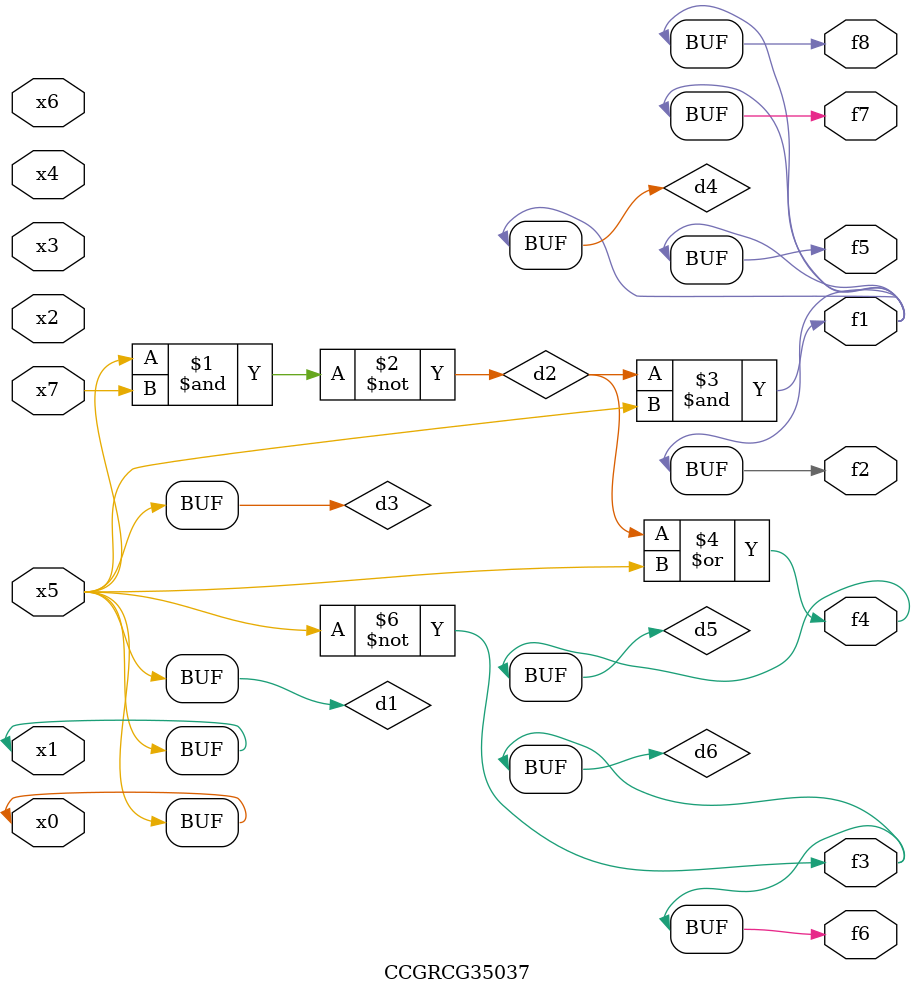
<source format=v>
module CCGRCG35037(
	input x0, x1, x2, x3, x4, x5, x6, x7,
	output f1, f2, f3, f4, f5, f6, f7, f8
);

	wire d1, d2, d3, d4, d5, d6;

	buf (d1, x0, x5);
	nand (d2, x5, x7);
	buf (d3, x0, x1);
	and (d4, d2, d3);
	or (d5, d2, d3);
	nor (d6, d1, d3);
	assign f1 = d4;
	assign f2 = d4;
	assign f3 = d6;
	assign f4 = d5;
	assign f5 = d4;
	assign f6 = d6;
	assign f7 = d4;
	assign f8 = d4;
endmodule

</source>
